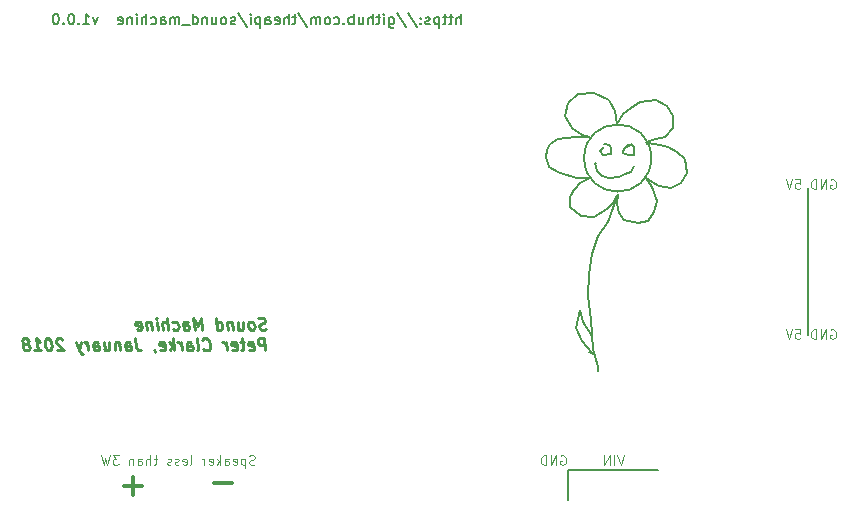
<source format=gbo>
G04 #@! TF.FileFunction,Legend,Bot*
%FSLAX46Y46*%
G04 Gerber Fmt 4.6, Leading zero omitted, Abs format (unit mm)*
G04 Created by KiCad (PCBNEW 4.0.7-e2-6376~58~ubuntu16.04.1) date Sat Dec 23 21:02:57 2017*
%MOMM*%
%LPD*%
G01*
G04 APERTURE LIST*
%ADD10C,0.100000*%
%ADD11C,0.300000*%
%ADD12C,0.200000*%
%ADD13C,0.250000*%
%ADD14C,0.150000*%
G04 APERTURE END LIST*
D10*
D11*
X122681905Y-147208857D02*
X121158095Y-147208857D01*
X115061905Y-147462857D02*
X113538095Y-147462857D01*
X114300000Y-148224762D02*
X114300000Y-146700952D01*
D12*
X171450000Y-122936000D02*
X171450000Y-122174000D01*
X171450000Y-134620000D02*
X171450000Y-122936000D01*
X171450000Y-122682000D02*
X171450000Y-134620000D01*
D10*
X173329523Y-121520000D02*
X173405714Y-121481905D01*
X173519999Y-121481905D01*
X173634285Y-121520000D01*
X173710476Y-121596190D01*
X173748571Y-121672381D01*
X173786666Y-121824762D01*
X173786666Y-121939048D01*
X173748571Y-122091429D01*
X173710476Y-122167619D01*
X173634285Y-122243810D01*
X173519999Y-122281905D01*
X173443809Y-122281905D01*
X173329523Y-122243810D01*
X173291428Y-122205714D01*
X173291428Y-121939048D01*
X173443809Y-121939048D01*
X172948571Y-122281905D02*
X172948571Y-121481905D01*
X172491428Y-122281905D01*
X172491428Y-121481905D01*
X172110476Y-122281905D02*
X172110476Y-121481905D01*
X171920000Y-121481905D01*
X171805714Y-121520000D01*
X171729523Y-121596190D01*
X171691428Y-121672381D01*
X171653333Y-121824762D01*
X171653333Y-121939048D01*
X171691428Y-122091429D01*
X171729523Y-122167619D01*
X171805714Y-122243810D01*
X171920000Y-122281905D01*
X172110476Y-122281905D01*
X170332380Y-121481905D02*
X170713333Y-121481905D01*
X170751428Y-121862857D01*
X170713333Y-121824762D01*
X170637142Y-121786667D01*
X170446666Y-121786667D01*
X170370476Y-121824762D01*
X170332380Y-121862857D01*
X170294285Y-121939048D01*
X170294285Y-122129524D01*
X170332380Y-122205714D01*
X170370476Y-122243810D01*
X170446666Y-122281905D01*
X170637142Y-122281905D01*
X170713333Y-122243810D01*
X170751428Y-122205714D01*
X170065714Y-121481905D02*
X169799047Y-122281905D01*
X169532380Y-121481905D01*
X173329523Y-134220000D02*
X173405714Y-134181905D01*
X173519999Y-134181905D01*
X173634285Y-134220000D01*
X173710476Y-134296190D01*
X173748571Y-134372381D01*
X173786666Y-134524762D01*
X173786666Y-134639048D01*
X173748571Y-134791429D01*
X173710476Y-134867619D01*
X173634285Y-134943810D01*
X173519999Y-134981905D01*
X173443809Y-134981905D01*
X173329523Y-134943810D01*
X173291428Y-134905714D01*
X173291428Y-134639048D01*
X173443809Y-134639048D01*
X172948571Y-134981905D02*
X172948571Y-134181905D01*
X172491428Y-134981905D01*
X172491428Y-134181905D01*
X172110476Y-134981905D02*
X172110476Y-134181905D01*
X171920000Y-134181905D01*
X171805714Y-134220000D01*
X171729523Y-134296190D01*
X171691428Y-134372381D01*
X171653333Y-134524762D01*
X171653333Y-134639048D01*
X171691428Y-134791429D01*
X171729523Y-134867619D01*
X171805714Y-134943810D01*
X171920000Y-134981905D01*
X172110476Y-134981905D01*
X170332380Y-134181905D02*
X170713333Y-134181905D01*
X170751428Y-134562857D01*
X170713333Y-134524762D01*
X170637142Y-134486667D01*
X170446666Y-134486667D01*
X170370476Y-134524762D01*
X170332380Y-134562857D01*
X170294285Y-134639048D01*
X170294285Y-134829524D01*
X170332380Y-134905714D01*
X170370476Y-134943810D01*
X170446666Y-134981905D01*
X170637142Y-134981905D01*
X170713333Y-134943810D01*
X170751428Y-134905714D01*
X170065714Y-134181905D02*
X169799047Y-134981905D01*
X169532380Y-134181905D01*
X124586192Y-145611810D02*
X124471906Y-145649905D01*
X124281430Y-145649905D01*
X124205240Y-145611810D01*
X124167144Y-145573714D01*
X124129049Y-145497524D01*
X124129049Y-145421333D01*
X124167144Y-145345143D01*
X124205240Y-145307048D01*
X124281430Y-145268952D01*
X124433811Y-145230857D01*
X124510002Y-145192762D01*
X124548097Y-145154667D01*
X124586192Y-145078476D01*
X124586192Y-145002286D01*
X124548097Y-144926095D01*
X124510002Y-144888000D01*
X124433811Y-144849905D01*
X124243335Y-144849905D01*
X124129049Y-144888000D01*
X123786192Y-145116571D02*
X123786192Y-145916571D01*
X123786192Y-145154667D02*
X123710001Y-145116571D01*
X123557620Y-145116571D01*
X123481430Y-145154667D01*
X123443335Y-145192762D01*
X123405239Y-145268952D01*
X123405239Y-145497524D01*
X123443335Y-145573714D01*
X123481430Y-145611810D01*
X123557620Y-145649905D01*
X123710001Y-145649905D01*
X123786192Y-145611810D01*
X122757620Y-145611810D02*
X122833810Y-145649905D01*
X122986191Y-145649905D01*
X123062382Y-145611810D01*
X123100477Y-145535619D01*
X123100477Y-145230857D01*
X123062382Y-145154667D01*
X122986191Y-145116571D01*
X122833810Y-145116571D01*
X122757620Y-145154667D01*
X122719525Y-145230857D01*
X122719525Y-145307048D01*
X123100477Y-145383238D01*
X122033811Y-145649905D02*
X122033811Y-145230857D01*
X122071906Y-145154667D01*
X122148096Y-145116571D01*
X122300477Y-145116571D01*
X122376668Y-145154667D01*
X122033811Y-145611810D02*
X122110001Y-145649905D01*
X122300477Y-145649905D01*
X122376668Y-145611810D01*
X122414763Y-145535619D01*
X122414763Y-145459429D01*
X122376668Y-145383238D01*
X122300477Y-145345143D01*
X122110001Y-145345143D01*
X122033811Y-145307048D01*
X121652858Y-145649905D02*
X121652858Y-144849905D01*
X121576667Y-145345143D02*
X121348096Y-145649905D01*
X121348096Y-145116571D02*
X121652858Y-145421333D01*
X120700477Y-145611810D02*
X120776667Y-145649905D01*
X120929048Y-145649905D01*
X121005239Y-145611810D01*
X121043334Y-145535619D01*
X121043334Y-145230857D01*
X121005239Y-145154667D01*
X120929048Y-145116571D01*
X120776667Y-145116571D01*
X120700477Y-145154667D01*
X120662382Y-145230857D01*
X120662382Y-145307048D01*
X121043334Y-145383238D01*
X120319525Y-145649905D02*
X120319525Y-145116571D01*
X120319525Y-145268952D02*
X120281430Y-145192762D01*
X120243334Y-145154667D01*
X120167144Y-145116571D01*
X120090953Y-145116571D01*
X119100477Y-145649905D02*
X119176668Y-145611810D01*
X119214763Y-145535619D01*
X119214763Y-144849905D01*
X118490953Y-145611810D02*
X118567143Y-145649905D01*
X118719524Y-145649905D01*
X118795715Y-145611810D01*
X118833810Y-145535619D01*
X118833810Y-145230857D01*
X118795715Y-145154667D01*
X118719524Y-145116571D01*
X118567143Y-145116571D01*
X118490953Y-145154667D01*
X118452858Y-145230857D01*
X118452858Y-145307048D01*
X118833810Y-145383238D01*
X118148096Y-145611810D02*
X118071906Y-145649905D01*
X117919525Y-145649905D01*
X117843334Y-145611810D01*
X117805239Y-145535619D01*
X117805239Y-145497524D01*
X117843334Y-145421333D01*
X117919525Y-145383238D01*
X118033810Y-145383238D01*
X118110001Y-145345143D01*
X118148096Y-145268952D01*
X118148096Y-145230857D01*
X118110001Y-145154667D01*
X118033810Y-145116571D01*
X117919525Y-145116571D01*
X117843334Y-145154667D01*
X117500477Y-145611810D02*
X117424287Y-145649905D01*
X117271906Y-145649905D01*
X117195715Y-145611810D01*
X117157620Y-145535619D01*
X117157620Y-145497524D01*
X117195715Y-145421333D01*
X117271906Y-145383238D01*
X117386191Y-145383238D01*
X117462382Y-145345143D01*
X117500477Y-145268952D01*
X117500477Y-145230857D01*
X117462382Y-145154667D01*
X117386191Y-145116571D01*
X117271906Y-145116571D01*
X117195715Y-145154667D01*
X116319525Y-145116571D02*
X116014763Y-145116571D01*
X116205239Y-144849905D02*
X116205239Y-145535619D01*
X116167144Y-145611810D01*
X116090953Y-145649905D01*
X116014763Y-145649905D01*
X115748096Y-145649905D02*
X115748096Y-144849905D01*
X115405239Y-145649905D02*
X115405239Y-145230857D01*
X115443334Y-145154667D01*
X115519524Y-145116571D01*
X115633810Y-145116571D01*
X115710001Y-145154667D01*
X115748096Y-145192762D01*
X114681429Y-145649905D02*
X114681429Y-145230857D01*
X114719524Y-145154667D01*
X114795714Y-145116571D01*
X114948095Y-145116571D01*
X115024286Y-145154667D01*
X114681429Y-145611810D02*
X114757619Y-145649905D01*
X114948095Y-145649905D01*
X115024286Y-145611810D01*
X115062381Y-145535619D01*
X115062381Y-145459429D01*
X115024286Y-145383238D01*
X114948095Y-145345143D01*
X114757619Y-145345143D01*
X114681429Y-145307048D01*
X114300476Y-145116571D02*
X114300476Y-145649905D01*
X114300476Y-145192762D02*
X114262381Y-145154667D01*
X114186190Y-145116571D01*
X114071904Y-145116571D01*
X113995714Y-145154667D01*
X113957619Y-145230857D01*
X113957619Y-145649905D01*
X113043332Y-144849905D02*
X112548094Y-144849905D01*
X112814761Y-145154667D01*
X112700475Y-145154667D01*
X112624285Y-145192762D01*
X112586189Y-145230857D01*
X112548094Y-145307048D01*
X112548094Y-145497524D01*
X112586189Y-145573714D01*
X112624285Y-145611810D01*
X112700475Y-145649905D01*
X112929047Y-145649905D01*
X113005237Y-145611810D01*
X113043332Y-145573714D01*
X112281427Y-144849905D02*
X112090951Y-145649905D01*
X111938570Y-145078476D01*
X111786189Y-145649905D01*
X111595713Y-144849905D01*
D12*
X151130000Y-146050000D02*
X151130000Y-148590000D01*
X158750000Y-146050000D02*
X151130000Y-146050000D01*
X151130000Y-146050000D02*
X158750000Y-146050000D01*
D10*
X150469523Y-144888000D02*
X150545714Y-144849905D01*
X150659999Y-144849905D01*
X150774285Y-144888000D01*
X150850476Y-144964190D01*
X150888571Y-145040381D01*
X150926666Y-145192762D01*
X150926666Y-145307048D01*
X150888571Y-145459429D01*
X150850476Y-145535619D01*
X150774285Y-145611810D01*
X150659999Y-145649905D01*
X150583809Y-145649905D01*
X150469523Y-145611810D01*
X150431428Y-145573714D01*
X150431428Y-145307048D01*
X150583809Y-145307048D01*
X150088571Y-145649905D02*
X150088571Y-144849905D01*
X149631428Y-145649905D01*
X149631428Y-144849905D01*
X149250476Y-145649905D02*
X149250476Y-144849905D01*
X149060000Y-144849905D01*
X148945714Y-144888000D01*
X148869523Y-144964190D01*
X148831428Y-145040381D01*
X148793333Y-145192762D01*
X148793333Y-145307048D01*
X148831428Y-145459429D01*
X148869523Y-145535619D01*
X148945714Y-145611810D01*
X149060000Y-145649905D01*
X149250476Y-145649905D01*
X155816190Y-144849905D02*
X155549523Y-145649905D01*
X155282856Y-144849905D01*
X155016190Y-145649905D02*
X155016190Y-144849905D01*
X154635238Y-145649905D02*
X154635238Y-144849905D01*
X154178095Y-145649905D01*
X154178095Y-144849905D01*
D12*
X142025714Y-108357143D02*
X142025714Y-107457143D01*
X141640000Y-108357143D02*
X141640000Y-107885714D01*
X141682857Y-107800000D01*
X141768571Y-107757143D01*
X141897143Y-107757143D01*
X141982857Y-107800000D01*
X142025714Y-107842857D01*
X141340000Y-107757143D02*
X140997143Y-107757143D01*
X141211428Y-107457143D02*
X141211428Y-108228571D01*
X141168571Y-108314286D01*
X141082857Y-108357143D01*
X140997143Y-108357143D01*
X140825714Y-107757143D02*
X140482857Y-107757143D01*
X140697142Y-107457143D02*
X140697142Y-108228571D01*
X140654285Y-108314286D01*
X140568571Y-108357143D01*
X140482857Y-108357143D01*
X140182856Y-107757143D02*
X140182856Y-108657143D01*
X140182856Y-107800000D02*
X140097142Y-107757143D01*
X139925713Y-107757143D01*
X139839999Y-107800000D01*
X139797142Y-107842857D01*
X139754285Y-107928571D01*
X139754285Y-108185714D01*
X139797142Y-108271429D01*
X139839999Y-108314286D01*
X139925713Y-108357143D01*
X140097142Y-108357143D01*
X140182856Y-108314286D01*
X139411427Y-108314286D02*
X139325713Y-108357143D01*
X139154285Y-108357143D01*
X139068570Y-108314286D01*
X139025713Y-108228571D01*
X139025713Y-108185714D01*
X139068570Y-108100000D01*
X139154285Y-108057143D01*
X139282856Y-108057143D01*
X139368570Y-108014286D01*
X139411427Y-107928571D01*
X139411427Y-107885714D01*
X139368570Y-107800000D01*
X139282856Y-107757143D01*
X139154285Y-107757143D01*
X139068570Y-107800000D01*
X138639999Y-108271429D02*
X138597142Y-108314286D01*
X138639999Y-108357143D01*
X138682856Y-108314286D01*
X138639999Y-108271429D01*
X138639999Y-108357143D01*
X138639999Y-107800000D02*
X138597142Y-107842857D01*
X138639999Y-107885714D01*
X138682856Y-107842857D01*
X138639999Y-107800000D01*
X138639999Y-107885714D01*
X137568571Y-107414286D02*
X138340000Y-108571429D01*
X136625714Y-107414286D02*
X137397143Y-108571429D01*
X135940000Y-107757143D02*
X135940000Y-108485714D01*
X135982857Y-108571429D01*
X136025714Y-108614286D01*
X136111429Y-108657143D01*
X136240000Y-108657143D01*
X136325714Y-108614286D01*
X135940000Y-108314286D02*
X136025714Y-108357143D01*
X136197143Y-108357143D01*
X136282857Y-108314286D01*
X136325714Y-108271429D01*
X136368571Y-108185714D01*
X136368571Y-107928571D01*
X136325714Y-107842857D01*
X136282857Y-107800000D01*
X136197143Y-107757143D01*
X136025714Y-107757143D01*
X135940000Y-107800000D01*
X135511428Y-108357143D02*
X135511428Y-107757143D01*
X135511428Y-107457143D02*
X135554285Y-107500000D01*
X135511428Y-107542857D01*
X135468571Y-107500000D01*
X135511428Y-107457143D01*
X135511428Y-107542857D01*
X135211429Y-107757143D02*
X134868572Y-107757143D01*
X135082857Y-107457143D02*
X135082857Y-108228571D01*
X135040000Y-108314286D01*
X134954286Y-108357143D01*
X134868572Y-108357143D01*
X134568571Y-108357143D02*
X134568571Y-107457143D01*
X134182857Y-108357143D02*
X134182857Y-107885714D01*
X134225714Y-107800000D01*
X134311428Y-107757143D01*
X134440000Y-107757143D01*
X134525714Y-107800000D01*
X134568571Y-107842857D01*
X133368571Y-107757143D02*
X133368571Y-108357143D01*
X133754285Y-107757143D02*
X133754285Y-108228571D01*
X133711428Y-108314286D01*
X133625714Y-108357143D01*
X133497142Y-108357143D01*
X133411428Y-108314286D01*
X133368571Y-108271429D01*
X132939999Y-108357143D02*
X132939999Y-107457143D01*
X132939999Y-107800000D02*
X132854285Y-107757143D01*
X132682856Y-107757143D01*
X132597142Y-107800000D01*
X132554285Y-107842857D01*
X132511428Y-107928571D01*
X132511428Y-108185714D01*
X132554285Y-108271429D01*
X132597142Y-108314286D01*
X132682856Y-108357143D01*
X132854285Y-108357143D01*
X132939999Y-108314286D01*
X132125713Y-108271429D02*
X132082856Y-108314286D01*
X132125713Y-108357143D01*
X132168570Y-108314286D01*
X132125713Y-108271429D01*
X132125713Y-108357143D01*
X131311428Y-108314286D02*
X131397142Y-108357143D01*
X131568571Y-108357143D01*
X131654285Y-108314286D01*
X131697142Y-108271429D01*
X131739999Y-108185714D01*
X131739999Y-107928571D01*
X131697142Y-107842857D01*
X131654285Y-107800000D01*
X131568571Y-107757143D01*
X131397142Y-107757143D01*
X131311428Y-107800000D01*
X130797142Y-108357143D02*
X130882856Y-108314286D01*
X130925713Y-108271429D01*
X130968570Y-108185714D01*
X130968570Y-107928571D01*
X130925713Y-107842857D01*
X130882856Y-107800000D01*
X130797142Y-107757143D01*
X130668570Y-107757143D01*
X130582856Y-107800000D01*
X130539999Y-107842857D01*
X130497142Y-107928571D01*
X130497142Y-108185714D01*
X130539999Y-108271429D01*
X130582856Y-108314286D01*
X130668570Y-108357143D01*
X130797142Y-108357143D01*
X130111427Y-108357143D02*
X130111427Y-107757143D01*
X130111427Y-107842857D02*
X130068570Y-107800000D01*
X129982856Y-107757143D01*
X129854284Y-107757143D01*
X129768570Y-107800000D01*
X129725713Y-107885714D01*
X129725713Y-108357143D01*
X129725713Y-107885714D02*
X129682856Y-107800000D01*
X129597142Y-107757143D01*
X129468570Y-107757143D01*
X129382856Y-107800000D01*
X129339999Y-107885714D01*
X129339999Y-108357143D01*
X128268570Y-107414286D02*
X129039999Y-108571429D01*
X128097142Y-107757143D02*
X127754285Y-107757143D01*
X127968570Y-107457143D02*
X127968570Y-108228571D01*
X127925713Y-108314286D01*
X127839999Y-108357143D01*
X127754285Y-108357143D01*
X127454284Y-108357143D02*
X127454284Y-107457143D01*
X127068570Y-108357143D02*
X127068570Y-107885714D01*
X127111427Y-107800000D01*
X127197141Y-107757143D01*
X127325713Y-107757143D01*
X127411427Y-107800000D01*
X127454284Y-107842857D01*
X126297141Y-108314286D02*
X126382855Y-108357143D01*
X126554284Y-108357143D01*
X126639998Y-108314286D01*
X126682855Y-108228571D01*
X126682855Y-107885714D01*
X126639998Y-107800000D01*
X126554284Y-107757143D01*
X126382855Y-107757143D01*
X126297141Y-107800000D01*
X126254284Y-107885714D01*
X126254284Y-107971429D01*
X126682855Y-108057143D01*
X125482855Y-108357143D02*
X125482855Y-107885714D01*
X125525712Y-107800000D01*
X125611426Y-107757143D01*
X125782855Y-107757143D01*
X125868569Y-107800000D01*
X125482855Y-108314286D02*
X125568569Y-108357143D01*
X125782855Y-108357143D01*
X125868569Y-108314286D01*
X125911426Y-108228571D01*
X125911426Y-108142857D01*
X125868569Y-108057143D01*
X125782855Y-108014286D01*
X125568569Y-108014286D01*
X125482855Y-107971429D01*
X125054283Y-107757143D02*
X125054283Y-108657143D01*
X125054283Y-107800000D02*
X124968569Y-107757143D01*
X124797140Y-107757143D01*
X124711426Y-107800000D01*
X124668569Y-107842857D01*
X124625712Y-107928571D01*
X124625712Y-108185714D01*
X124668569Y-108271429D01*
X124711426Y-108314286D01*
X124797140Y-108357143D01*
X124968569Y-108357143D01*
X125054283Y-108314286D01*
X124239997Y-108357143D02*
X124239997Y-107757143D01*
X124239997Y-107457143D02*
X124282854Y-107500000D01*
X124239997Y-107542857D01*
X124197140Y-107500000D01*
X124239997Y-107457143D01*
X124239997Y-107542857D01*
X123168569Y-107414286D02*
X123939998Y-108571429D01*
X122911426Y-108314286D02*
X122825712Y-108357143D01*
X122654284Y-108357143D01*
X122568569Y-108314286D01*
X122525712Y-108228571D01*
X122525712Y-108185714D01*
X122568569Y-108100000D01*
X122654284Y-108057143D01*
X122782855Y-108057143D01*
X122868569Y-108014286D01*
X122911426Y-107928571D01*
X122911426Y-107885714D01*
X122868569Y-107800000D01*
X122782855Y-107757143D01*
X122654284Y-107757143D01*
X122568569Y-107800000D01*
X122011427Y-108357143D02*
X122097141Y-108314286D01*
X122139998Y-108271429D01*
X122182855Y-108185714D01*
X122182855Y-107928571D01*
X122139998Y-107842857D01*
X122097141Y-107800000D01*
X122011427Y-107757143D01*
X121882855Y-107757143D01*
X121797141Y-107800000D01*
X121754284Y-107842857D01*
X121711427Y-107928571D01*
X121711427Y-108185714D01*
X121754284Y-108271429D01*
X121797141Y-108314286D01*
X121882855Y-108357143D01*
X122011427Y-108357143D01*
X120939998Y-107757143D02*
X120939998Y-108357143D01*
X121325712Y-107757143D02*
X121325712Y-108228571D01*
X121282855Y-108314286D01*
X121197141Y-108357143D01*
X121068569Y-108357143D01*
X120982855Y-108314286D01*
X120939998Y-108271429D01*
X120511426Y-107757143D02*
X120511426Y-108357143D01*
X120511426Y-107842857D02*
X120468569Y-107800000D01*
X120382855Y-107757143D01*
X120254283Y-107757143D01*
X120168569Y-107800000D01*
X120125712Y-107885714D01*
X120125712Y-108357143D01*
X119311426Y-108357143D02*
X119311426Y-107457143D01*
X119311426Y-108314286D02*
X119397140Y-108357143D01*
X119568569Y-108357143D01*
X119654283Y-108314286D01*
X119697140Y-108271429D01*
X119739997Y-108185714D01*
X119739997Y-107928571D01*
X119697140Y-107842857D01*
X119654283Y-107800000D01*
X119568569Y-107757143D01*
X119397140Y-107757143D01*
X119311426Y-107800000D01*
X119097140Y-108442857D02*
X118411426Y-108442857D01*
X118197140Y-108357143D02*
X118197140Y-107757143D01*
X118197140Y-107842857D02*
X118154283Y-107800000D01*
X118068569Y-107757143D01*
X117939997Y-107757143D01*
X117854283Y-107800000D01*
X117811426Y-107885714D01*
X117811426Y-108357143D01*
X117811426Y-107885714D02*
X117768569Y-107800000D01*
X117682855Y-107757143D01*
X117554283Y-107757143D01*
X117468569Y-107800000D01*
X117425712Y-107885714D01*
X117425712Y-108357143D01*
X116611426Y-108357143D02*
X116611426Y-107885714D01*
X116654283Y-107800000D01*
X116739997Y-107757143D01*
X116911426Y-107757143D01*
X116997140Y-107800000D01*
X116611426Y-108314286D02*
X116697140Y-108357143D01*
X116911426Y-108357143D01*
X116997140Y-108314286D01*
X117039997Y-108228571D01*
X117039997Y-108142857D01*
X116997140Y-108057143D01*
X116911426Y-108014286D01*
X116697140Y-108014286D01*
X116611426Y-107971429D01*
X115797140Y-108314286D02*
X115882854Y-108357143D01*
X116054283Y-108357143D01*
X116139997Y-108314286D01*
X116182854Y-108271429D01*
X116225711Y-108185714D01*
X116225711Y-107928571D01*
X116182854Y-107842857D01*
X116139997Y-107800000D01*
X116054283Y-107757143D01*
X115882854Y-107757143D01*
X115797140Y-107800000D01*
X115411425Y-108357143D02*
X115411425Y-107457143D01*
X115025711Y-108357143D02*
X115025711Y-107885714D01*
X115068568Y-107800000D01*
X115154282Y-107757143D01*
X115282854Y-107757143D01*
X115368568Y-107800000D01*
X115411425Y-107842857D01*
X114597139Y-108357143D02*
X114597139Y-107757143D01*
X114597139Y-107457143D02*
X114639996Y-107500000D01*
X114597139Y-107542857D01*
X114554282Y-107500000D01*
X114597139Y-107457143D01*
X114597139Y-107542857D01*
X114168568Y-107757143D02*
X114168568Y-108357143D01*
X114168568Y-107842857D02*
X114125711Y-107800000D01*
X114039997Y-107757143D01*
X113911425Y-107757143D01*
X113825711Y-107800000D01*
X113782854Y-107885714D01*
X113782854Y-108357143D01*
X113011425Y-108314286D02*
X113097139Y-108357143D01*
X113268568Y-108357143D01*
X113354282Y-108314286D01*
X113397139Y-108228571D01*
X113397139Y-107885714D01*
X113354282Y-107800000D01*
X113268568Y-107757143D01*
X113097139Y-107757143D01*
X113011425Y-107800000D01*
X112968568Y-107885714D01*
X112968568Y-107971429D01*
X113397139Y-108057143D01*
X111297140Y-107757143D02*
X111082854Y-108357143D01*
X110868568Y-107757143D01*
X110054283Y-108357143D02*
X110568568Y-108357143D01*
X110311426Y-108357143D02*
X110311426Y-107457143D01*
X110397140Y-107585714D01*
X110482854Y-107671429D01*
X110568568Y-107714286D01*
X109668568Y-108271429D02*
X109625711Y-108314286D01*
X109668568Y-108357143D01*
X109711425Y-108314286D01*
X109668568Y-108271429D01*
X109668568Y-108357143D01*
X109068569Y-107457143D02*
X108982854Y-107457143D01*
X108897140Y-107500000D01*
X108854283Y-107542857D01*
X108811426Y-107628571D01*
X108768569Y-107800000D01*
X108768569Y-108014286D01*
X108811426Y-108185714D01*
X108854283Y-108271429D01*
X108897140Y-108314286D01*
X108982854Y-108357143D01*
X109068569Y-108357143D01*
X109154283Y-108314286D01*
X109197140Y-108271429D01*
X109239997Y-108185714D01*
X109282854Y-108014286D01*
X109282854Y-107800000D01*
X109239997Y-107628571D01*
X109197140Y-107542857D01*
X109154283Y-107500000D01*
X109068569Y-107457143D01*
X108382854Y-108271429D02*
X108339997Y-108314286D01*
X108382854Y-108357143D01*
X108425711Y-108314286D01*
X108382854Y-108271429D01*
X108382854Y-108357143D01*
X107782855Y-107457143D02*
X107697140Y-107457143D01*
X107611426Y-107500000D01*
X107568569Y-107542857D01*
X107525712Y-107628571D01*
X107482855Y-107800000D01*
X107482855Y-108014286D01*
X107525712Y-108185714D01*
X107568569Y-108271429D01*
X107611426Y-108314286D01*
X107697140Y-108357143D01*
X107782855Y-108357143D01*
X107868569Y-108314286D01*
X107911426Y-108271429D01*
X107954283Y-108185714D01*
X107997140Y-108014286D01*
X107997140Y-107800000D01*
X107954283Y-107628571D01*
X107911426Y-107542857D01*
X107868569Y-107500000D01*
X107782855Y-107457143D01*
D13*
X125527619Y-134149762D02*
X125390715Y-134197381D01*
X125152619Y-134197381D01*
X125051428Y-134149762D01*
X124997857Y-134102143D01*
X124938333Y-134006905D01*
X124926428Y-133911667D01*
X124962143Y-133816429D01*
X125003809Y-133768810D01*
X125093095Y-133721190D01*
X125277619Y-133673571D01*
X125366905Y-133625952D01*
X125408572Y-133578333D01*
X125444286Y-133483095D01*
X125432381Y-133387857D01*
X125372857Y-133292619D01*
X125319286Y-133245000D01*
X125218096Y-133197381D01*
X124980000Y-133197381D01*
X124843095Y-133245000D01*
X124390715Y-134197381D02*
X124480000Y-134149762D01*
X124521667Y-134102143D01*
X124557381Y-134006905D01*
X124521667Y-133721190D01*
X124462143Y-133625952D01*
X124408572Y-133578333D01*
X124307381Y-133530714D01*
X124164523Y-133530714D01*
X124075238Y-133578333D01*
X124033571Y-133625952D01*
X123997857Y-133721190D01*
X124033571Y-134006905D01*
X124093095Y-134102143D01*
X124146666Y-134149762D01*
X124247857Y-134197381D01*
X124390715Y-134197381D01*
X123116904Y-133530714D02*
X123200238Y-134197381D01*
X123545476Y-133530714D02*
X123610952Y-134054524D01*
X123575238Y-134149762D01*
X123485953Y-134197381D01*
X123343095Y-134197381D01*
X123241904Y-134149762D01*
X123188333Y-134102143D01*
X122640714Y-133530714D02*
X122724048Y-134197381D01*
X122652619Y-133625952D02*
X122599048Y-133578333D01*
X122497857Y-133530714D01*
X122354999Y-133530714D01*
X122265714Y-133578333D01*
X122229999Y-133673571D01*
X122295476Y-134197381D01*
X121390714Y-134197381D02*
X121265714Y-133197381D01*
X121384761Y-134149762D02*
X121485952Y-134197381D01*
X121676429Y-134197381D01*
X121765714Y-134149762D01*
X121807381Y-134102143D01*
X121843095Y-134006905D01*
X121807381Y-133721190D01*
X121747857Y-133625952D01*
X121694286Y-133578333D01*
X121593095Y-133530714D01*
X121402618Y-133530714D01*
X121313333Y-133578333D01*
X120152619Y-134197381D02*
X120027619Y-133197381D01*
X119783570Y-133911667D01*
X119360952Y-133197381D01*
X119485952Y-134197381D01*
X118581190Y-134197381D02*
X118515713Y-133673571D01*
X118551428Y-133578333D01*
X118640713Y-133530714D01*
X118831190Y-133530714D01*
X118932381Y-133578333D01*
X118575237Y-134149762D02*
X118676428Y-134197381D01*
X118914524Y-134197381D01*
X119003809Y-134149762D01*
X119039523Y-134054524D01*
X119027619Y-133959286D01*
X118968095Y-133864048D01*
X118866905Y-133816429D01*
X118628809Y-133816429D01*
X118527618Y-133768810D01*
X117670475Y-134149762D02*
X117771666Y-134197381D01*
X117962143Y-134197381D01*
X118051428Y-134149762D01*
X118093095Y-134102143D01*
X118128809Y-134006905D01*
X118093095Y-133721190D01*
X118033571Y-133625952D01*
X117980000Y-133578333D01*
X117878809Y-133530714D01*
X117688332Y-133530714D01*
X117599047Y-133578333D01*
X117247857Y-134197381D02*
X117122857Y-133197381D01*
X116819285Y-134197381D02*
X116753808Y-133673571D01*
X116789523Y-133578333D01*
X116878808Y-133530714D01*
X117021666Y-133530714D01*
X117122857Y-133578333D01*
X117176428Y-133625952D01*
X116343095Y-134197381D02*
X116259761Y-133530714D01*
X116218095Y-133197381D02*
X116271666Y-133245000D01*
X116229999Y-133292619D01*
X116176428Y-133245000D01*
X116218095Y-133197381D01*
X116229999Y-133292619D01*
X115783571Y-133530714D02*
X115866905Y-134197381D01*
X115795476Y-133625952D02*
X115741905Y-133578333D01*
X115640714Y-133530714D01*
X115497856Y-133530714D01*
X115408571Y-133578333D01*
X115372856Y-133673571D01*
X115438333Y-134197381D01*
X114575237Y-134149762D02*
X114676428Y-134197381D01*
X114866905Y-134197381D01*
X114956190Y-134149762D01*
X114991904Y-134054524D01*
X114944285Y-133673571D01*
X114884762Y-133578333D01*
X114783571Y-133530714D01*
X114593094Y-133530714D01*
X114503809Y-133578333D01*
X114468094Y-133673571D01*
X114479999Y-133768810D01*
X114968095Y-133864048D01*
X125485953Y-135947381D02*
X125360953Y-134947381D01*
X124980000Y-134947381D01*
X124890714Y-134995000D01*
X124849047Y-135042619D01*
X124813333Y-135137857D01*
X124831190Y-135280714D01*
X124890714Y-135375952D01*
X124944285Y-135423571D01*
X125045476Y-135471190D01*
X125426429Y-135471190D01*
X124099047Y-135899762D02*
X124200238Y-135947381D01*
X124390715Y-135947381D01*
X124480000Y-135899762D01*
X124515714Y-135804524D01*
X124468095Y-135423571D01*
X124408572Y-135328333D01*
X124307381Y-135280714D01*
X124116904Y-135280714D01*
X124027619Y-135328333D01*
X123991904Y-135423571D01*
X124003809Y-135518810D01*
X124491905Y-135614048D01*
X123688333Y-135280714D02*
X123307381Y-135280714D01*
X123503810Y-134947381D02*
X123610952Y-135804524D01*
X123575238Y-135899762D01*
X123485953Y-135947381D01*
X123390715Y-135947381D01*
X122670475Y-135899762D02*
X122771666Y-135947381D01*
X122962143Y-135947381D01*
X123051428Y-135899762D01*
X123087142Y-135804524D01*
X123039523Y-135423571D01*
X122980000Y-135328333D01*
X122878809Y-135280714D01*
X122688332Y-135280714D01*
X122599047Y-135328333D01*
X122563332Y-135423571D01*
X122575237Y-135518810D01*
X123063333Y-135614048D01*
X122200238Y-135947381D02*
X122116904Y-135280714D01*
X122140714Y-135471190D02*
X122081190Y-135375952D01*
X122027619Y-135328333D01*
X121926428Y-135280714D01*
X121831189Y-135280714D01*
X120235951Y-135852143D02*
X120289522Y-135899762D01*
X120438332Y-135947381D01*
X120533570Y-135947381D01*
X120670475Y-135899762D01*
X120753808Y-135804524D01*
X120789523Y-135709286D01*
X120813332Y-135518810D01*
X120795475Y-135375952D01*
X120724046Y-135185476D01*
X120664523Y-135090238D01*
X120557380Y-134995000D01*
X120408570Y-134947381D01*
X120313332Y-134947381D01*
X120176427Y-134995000D01*
X120134760Y-135042619D01*
X119676428Y-135947381D02*
X119765713Y-135899762D01*
X119801427Y-135804524D01*
X119694285Y-134947381D01*
X118866903Y-135947381D02*
X118801426Y-135423571D01*
X118837141Y-135328333D01*
X118926426Y-135280714D01*
X119116903Y-135280714D01*
X119218094Y-135328333D01*
X118860950Y-135899762D02*
X118962141Y-135947381D01*
X119200237Y-135947381D01*
X119289522Y-135899762D01*
X119325236Y-135804524D01*
X119313332Y-135709286D01*
X119253808Y-135614048D01*
X119152618Y-135566429D01*
X118914522Y-135566429D01*
X118813331Y-135518810D01*
X118390713Y-135947381D02*
X118307379Y-135280714D01*
X118331189Y-135471190D02*
X118271665Y-135375952D01*
X118218094Y-135328333D01*
X118116903Y-135280714D01*
X118021664Y-135280714D01*
X117771665Y-135947381D02*
X117646665Y-134947381D01*
X117628808Y-135566429D02*
X117390712Y-135947381D01*
X117307378Y-135280714D02*
X117735950Y-135661667D01*
X116575235Y-135899762D02*
X116676426Y-135947381D01*
X116866903Y-135947381D01*
X116956188Y-135899762D01*
X116991902Y-135804524D01*
X116944283Y-135423571D01*
X116884760Y-135328333D01*
X116783569Y-135280714D01*
X116593092Y-135280714D01*
X116503807Y-135328333D01*
X116468092Y-135423571D01*
X116479997Y-135518810D01*
X116968093Y-135614048D01*
X116051426Y-135899762D02*
X116057379Y-135947381D01*
X116116902Y-136042619D01*
X116170474Y-136090238D01*
X114456188Y-134947381D02*
X114545473Y-135661667D01*
X114610950Y-135804524D01*
X114718093Y-135899762D01*
X114866903Y-135947381D01*
X114962141Y-135947381D01*
X113676426Y-135947381D02*
X113610949Y-135423571D01*
X113646664Y-135328333D01*
X113735949Y-135280714D01*
X113926426Y-135280714D01*
X114027617Y-135328333D01*
X113670473Y-135899762D02*
X113771664Y-135947381D01*
X114009760Y-135947381D01*
X114099045Y-135899762D01*
X114134759Y-135804524D01*
X114122855Y-135709286D01*
X114063331Y-135614048D01*
X113962141Y-135566429D01*
X113724045Y-135566429D01*
X113622854Y-135518810D01*
X113116902Y-135280714D02*
X113200236Y-135947381D01*
X113128807Y-135375952D02*
X113075236Y-135328333D01*
X112974045Y-135280714D01*
X112831187Y-135280714D01*
X112741902Y-135328333D01*
X112706187Y-135423571D01*
X112771664Y-135947381D01*
X111783568Y-135280714D02*
X111866902Y-135947381D01*
X112212140Y-135280714D02*
X112277616Y-135804524D01*
X112241902Y-135899762D01*
X112152617Y-135947381D01*
X112009759Y-135947381D01*
X111908568Y-135899762D01*
X111854997Y-135852143D01*
X110962140Y-135947381D02*
X110896663Y-135423571D01*
X110932378Y-135328333D01*
X111021663Y-135280714D01*
X111212140Y-135280714D01*
X111313331Y-135328333D01*
X110956187Y-135899762D02*
X111057378Y-135947381D01*
X111295474Y-135947381D01*
X111384759Y-135899762D01*
X111420473Y-135804524D01*
X111408569Y-135709286D01*
X111349045Y-135614048D01*
X111247855Y-135566429D01*
X111009759Y-135566429D01*
X110908568Y-135518810D01*
X110485950Y-135947381D02*
X110402616Y-135280714D01*
X110426426Y-135471190D02*
X110366902Y-135375952D01*
X110313331Y-135328333D01*
X110212140Y-135280714D01*
X110116901Y-135280714D01*
X109878806Y-135280714D02*
X109724045Y-135947381D01*
X109402615Y-135280714D02*
X109724045Y-135947381D01*
X109849045Y-136185476D01*
X109902616Y-136233095D01*
X110003806Y-136280714D01*
X108277615Y-135042619D02*
X108224044Y-134995000D01*
X108122854Y-134947381D01*
X107884758Y-134947381D01*
X107795472Y-134995000D01*
X107753805Y-135042619D01*
X107718091Y-135137857D01*
X107729996Y-135233095D01*
X107795472Y-135375952D01*
X108438330Y-135947381D01*
X107819282Y-135947381D01*
X107075235Y-134947381D02*
X106979996Y-134947381D01*
X106890710Y-134995000D01*
X106849043Y-135042619D01*
X106813329Y-135137857D01*
X106789520Y-135328333D01*
X106819282Y-135566429D01*
X106890710Y-135756905D01*
X106950234Y-135852143D01*
X107003805Y-135899762D01*
X107104996Y-135947381D01*
X107200235Y-135947381D01*
X107289520Y-135899762D01*
X107331187Y-135852143D01*
X107366901Y-135756905D01*
X107390711Y-135566429D01*
X107360949Y-135328333D01*
X107289520Y-135137857D01*
X107229996Y-135042619D01*
X107176425Y-134995000D01*
X107075235Y-134947381D01*
X105914520Y-135947381D02*
X106485949Y-135947381D01*
X106200235Y-135947381D02*
X106075235Y-134947381D01*
X106188330Y-135090238D01*
X106295472Y-135185476D01*
X106396663Y-135233095D01*
X105271663Y-135375952D02*
X105360949Y-135328333D01*
X105402615Y-135280714D01*
X105438329Y-135185476D01*
X105432377Y-135137857D01*
X105372853Y-135042619D01*
X105319282Y-134995000D01*
X105218092Y-134947381D01*
X105027615Y-134947381D01*
X104938329Y-134995000D01*
X104896662Y-135042619D01*
X104860948Y-135137857D01*
X104866900Y-135185476D01*
X104926424Y-135280714D01*
X104979996Y-135328333D01*
X105081186Y-135375952D01*
X105271663Y-135375952D01*
X105372853Y-135423571D01*
X105426425Y-135471190D01*
X105485949Y-135566429D01*
X105509758Y-135756905D01*
X105474044Y-135852143D01*
X105432377Y-135899762D01*
X105343092Y-135947381D01*
X105152615Y-135947381D01*
X105051424Y-135899762D01*
X104997853Y-135852143D01*
X104938329Y-135756905D01*
X104914520Y-135566429D01*
X104950234Y-135471190D01*
X104991900Y-135423571D01*
X105081186Y-135375952D01*
D14*
X153125000Y-134750000D02*
X152400000Y-133525000D01*
X152400000Y-133525000D02*
X152150000Y-132525000D01*
X152150000Y-132525000D02*
X151775000Y-134050000D01*
X151775000Y-134050000D02*
X152325000Y-135125000D01*
X152325000Y-135125000D02*
X153200000Y-136275000D01*
X153200000Y-136275000D02*
X152850000Y-136100000D01*
X155350000Y-122750000D02*
X154450000Y-125075000D01*
X154450000Y-125075000D02*
X153650000Y-126300000D01*
X153650000Y-126300000D02*
X153125000Y-127825000D01*
X153125000Y-127825000D02*
X152850000Y-129525000D01*
X152850000Y-129525000D02*
X152750000Y-131375000D01*
X152750000Y-131375000D02*
X153025000Y-133425000D01*
X153025000Y-133425000D02*
X153200000Y-135825000D01*
X153200000Y-135825000D02*
X153650000Y-137325000D01*
X153650000Y-137325000D02*
X153650000Y-137700000D01*
X156725000Y-120325000D02*
X156400000Y-120850000D01*
X156400000Y-120850000D02*
X155950000Y-121050000D01*
X155950000Y-121050000D02*
X155375000Y-121275000D01*
X155375000Y-121275000D02*
X154600000Y-121400000D01*
X154600000Y-121400000D02*
X153975000Y-121175000D01*
X153975000Y-121175000D02*
X153550000Y-120775000D01*
X153550000Y-120775000D02*
X153375000Y-120100000D01*
X153375000Y-120100000D02*
X153475000Y-120100000D01*
X154150000Y-118500000D02*
X154650000Y-118550000D01*
X154650000Y-118550000D02*
X154775000Y-118875000D01*
X154775000Y-118875000D02*
X154725000Y-119325000D01*
X154725000Y-119325000D02*
X154100000Y-119375000D01*
X154100000Y-119375000D02*
X153825000Y-119100000D01*
X153825000Y-119100000D02*
X154150000Y-118775000D01*
X156400000Y-118500000D02*
X156725000Y-118725000D01*
X156725000Y-118725000D02*
X156725000Y-119375000D01*
X156725000Y-119375000D02*
X156175000Y-119375000D01*
X156175000Y-119375000D02*
X155775000Y-119225000D01*
X155775000Y-119225000D02*
X155825000Y-118825000D01*
X155825000Y-118825000D02*
X156100000Y-118775000D01*
X156100000Y-118775000D02*
X156400000Y-118600000D01*
X156400000Y-118600000D02*
X156100000Y-118600000D01*
X151650000Y-122300000D02*
X152075000Y-121800000D01*
X152075000Y-121800000D02*
X152975000Y-121400000D01*
X152975000Y-121400000D02*
X151875000Y-121400000D01*
X151875000Y-121400000D02*
X150400000Y-120950000D01*
X150400000Y-120950000D02*
X149525000Y-120400000D01*
X149525000Y-120400000D02*
X149225000Y-119600000D01*
X149225000Y-119600000D02*
X149300000Y-118950000D01*
X149300000Y-118950000D02*
X149575000Y-118500000D01*
X149575000Y-118500000D02*
X150250000Y-118050000D01*
X150250000Y-118050000D02*
X150925000Y-118000000D01*
X150925000Y-118000000D02*
X151800000Y-117925000D01*
X151800000Y-117925000D02*
X152475000Y-117925000D01*
X152475000Y-117925000D02*
X152875000Y-117925000D01*
X152875000Y-117925000D02*
X152875000Y-117875000D01*
X157850000Y-118375000D02*
X158850000Y-118550000D01*
X158850000Y-118550000D02*
X159575000Y-118725000D01*
X159575000Y-118725000D02*
X160350000Y-119150000D01*
X160350000Y-119150000D02*
X161025000Y-119725000D01*
X161025000Y-119725000D02*
X161150000Y-120900000D01*
X161150000Y-120900000D02*
X160700000Y-121800000D01*
X160700000Y-121800000D02*
X159850000Y-122175000D01*
X159850000Y-122175000D02*
X158800000Y-122075000D01*
X158800000Y-122075000D02*
X158175000Y-121675000D01*
X158175000Y-121675000D02*
X157725000Y-121400000D01*
X157725000Y-121400000D02*
X158225000Y-122125000D01*
X158225000Y-122125000D02*
X158625000Y-123350000D01*
X158625000Y-123350000D02*
X158400000Y-124250000D01*
X158400000Y-124250000D02*
X157900000Y-125025000D01*
X157900000Y-125025000D02*
X157050000Y-125150000D01*
X157050000Y-125150000D02*
X155875000Y-124925000D01*
X155875000Y-124925000D02*
X155450000Y-124300000D01*
X155450000Y-124300000D02*
X155275000Y-123575000D01*
X155275000Y-123575000D02*
X155325000Y-122750000D01*
X155325000Y-122750000D02*
X154875000Y-123475000D01*
X154875000Y-123475000D02*
X154425000Y-124025000D01*
X154425000Y-124025000D02*
X153325000Y-124650000D01*
X153325000Y-124650000D02*
X152200000Y-124575000D01*
X152200000Y-124575000D02*
X151300000Y-123800000D01*
X151300000Y-123800000D02*
X151250000Y-122950000D01*
X151250000Y-122950000D02*
X151700000Y-122225000D01*
X155275000Y-116750000D02*
X155725000Y-115975000D01*
X155725000Y-115975000D02*
X156400000Y-115425000D01*
X156400000Y-115425000D02*
X157175000Y-114925000D01*
X157175000Y-114925000D02*
X158575000Y-114800000D01*
X158575000Y-114800000D02*
X159475000Y-115250000D01*
X159475000Y-115250000D02*
X160025000Y-116100000D01*
X160025000Y-116100000D02*
X159975000Y-117100000D01*
X159975000Y-117100000D02*
X159350000Y-117925000D01*
X159350000Y-117925000D02*
X158575000Y-118100000D01*
X158575000Y-118100000D02*
X157725000Y-118275000D01*
X157725000Y-118275000D02*
X157775000Y-118500000D01*
X155225000Y-116750000D02*
X155050000Y-115700000D01*
X155050000Y-115700000D02*
X154550000Y-114800000D01*
X154550000Y-114800000D02*
X153325000Y-114125000D01*
X153325000Y-114125000D02*
X151925000Y-114250000D01*
X151925000Y-114250000D02*
X151075000Y-115025000D01*
X151075000Y-115025000D02*
X150850000Y-116150000D01*
X150850000Y-116150000D02*
X151475000Y-117100000D01*
X151475000Y-117100000D02*
X152300000Y-117700000D01*
X152300000Y-117700000D02*
X152925000Y-117925000D01*
X158139806Y-119670000D02*
G75*
G03X158139806Y-119670000I-2839806J0D01*
G01*
M02*

</source>
